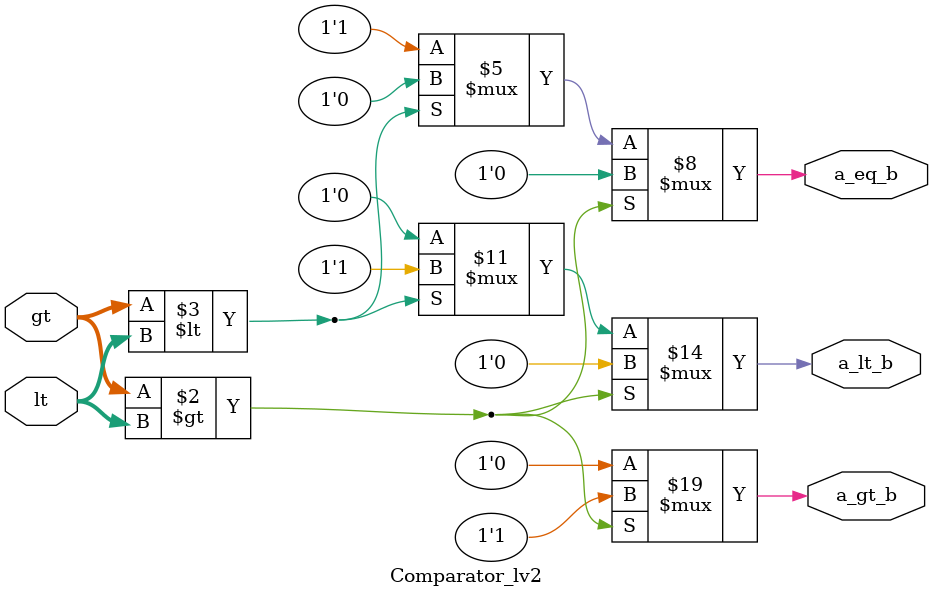
<source format=v>
module Comparator_lv2(gt,lt,a_gt_b,a_eq_b,a_lt_b);

input[3:0] gt;
input[3:0] lt;

output a_gt_b;
output a_eq_b;
output a_lt_b;

reg a_gt_b , a_eq_b , a_lt_b;

always @(*)
begin
  if( gt > lt) // Note assign should be be used in if_else
    begin //Every reg must be assigned some sort of value in statement,otherwise
    //They might become floating variables.
    
     a_gt_b <=#3 1; //<= would execute the program concurrently i.e. non-blocking
     a_lt_b <=#4 0; //For combinational circuit, since they are all executing concurrently
     a_eq_b <=#5 0; //We should use non blocking, unless they are executed sequentially
                    //Using them wrong might lead to register receving the wrong value
    end 
  else if(gt < lt)
    begin
     
     a_gt_b <=#3 0;
     a_lt_b <=#4 1;
     a_eq_b <=#5 0;

    end  
  else
    begin
     
     a_gt_b <=#3 0;
     a_lt_b <=#4 0;
     a_eq_b <=#5 1;

    end
end  

endmodule

</source>
